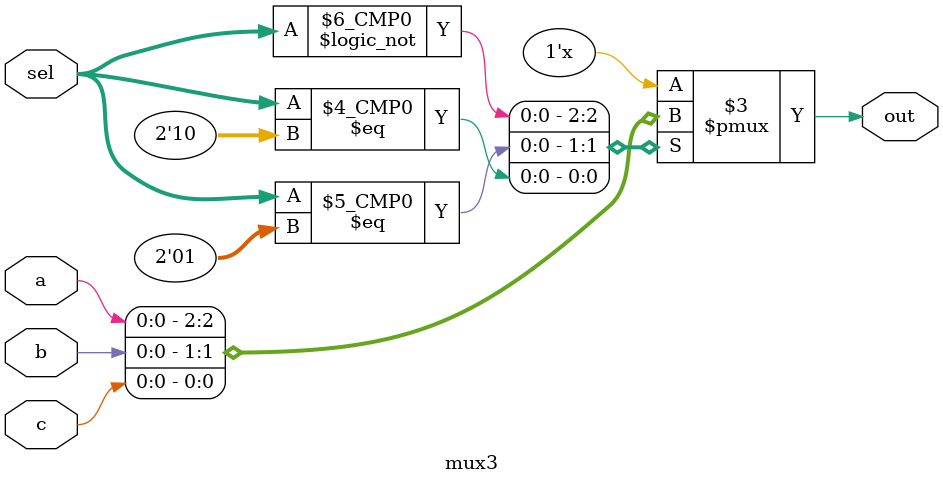
<source format=v>
`timescale 1ns / 1ps


module mux3(
input [1:0] sel, 
input a,
input b,
input c,
output reg out

    );
    
    always @(sel or a or b or c)begin
    case (sel)
    2'b00: out=a;
    2'b01: out=b;
    2'b10: out=c;
    endcase
    
    end
endmodule

</source>
